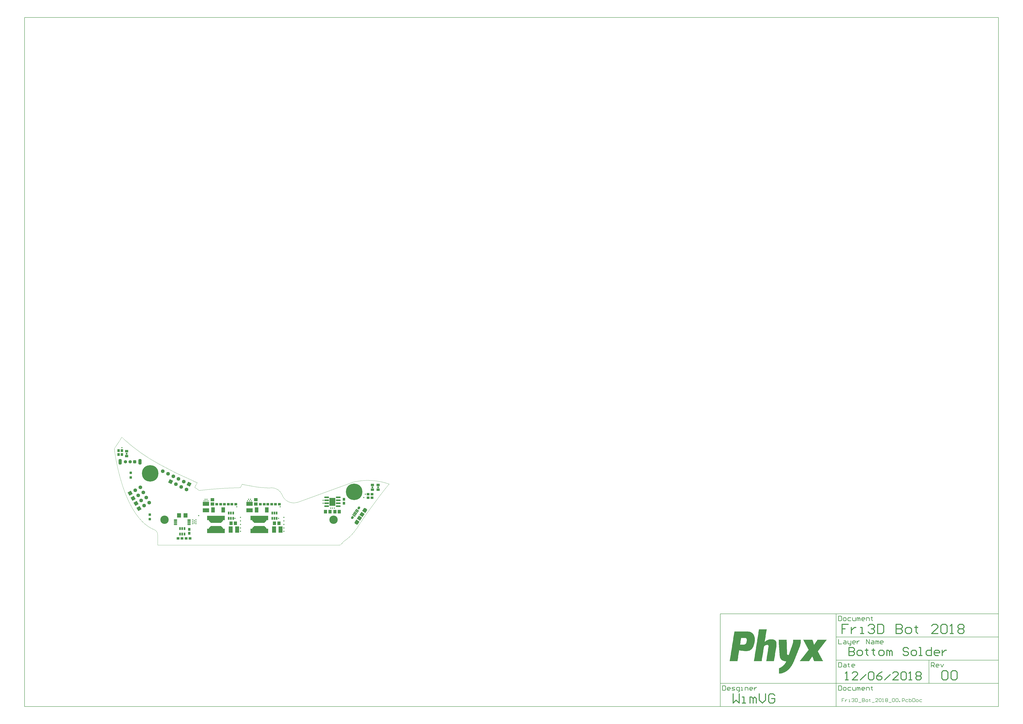
<source format=gbs>
G04*
G04 #@! TF.GenerationSoftware,Altium Limited,Altium Designer,18.1.6 (161)*
G04*
G04 Layer_Color=16711935*
%FSLAX25Y25*%
%MOIN*%
G70*
G01*
G75*
%ADD11C,0.00787*%
%ADD12C,0.01575*%
%ADD13C,0.00394*%
%ADD14C,0.00984*%
G04:AMPARAMS|DCode=15|XSize=64.96mil|YSize=39.37mil|CornerRadius=0mil|HoleSize=0mil|Usage=FLASHONLY|Rotation=146.000|XOffset=0mil|YOffset=0mil|HoleType=Round|Shape=Round|*
%AMOVALD15*
21,1,0.02559,0.03937,0.00000,0.00000,146.0*
1,1,0.03937,0.01061,-0.00716*
1,1,0.03937,-0.01061,0.00716*
%
%ADD15OVALD15*%

G04:AMPARAMS|DCode=16|XSize=53.15mil|YSize=41.34mil|CornerRadius=0mil|HoleSize=0mil|Usage=FLASHONLY|Rotation=56.000|XOffset=0mil|YOffset=0mil|HoleType=Round|Shape=Round|*
%AMOVALD16*
21,1,0.01181,0.04134,0.00000,0.00000,56.0*
1,1,0.04134,-0.00330,-0.00490*
1,1,0.04134,0.00330,0.00490*
%
%ADD16OVALD16*%

%ADD17C,0.03150*%
G04:AMPARAMS|DCode=18|XSize=55.12mil|YSize=55.12mil|CornerRadius=14.76mil|HoleSize=0mil|Usage=FLASHONLY|Rotation=180.000|XOffset=0mil|YOffset=0mil|HoleType=Round|Shape=RoundedRectangle|*
%AMROUNDEDRECTD18*
21,1,0.05512,0.02559,0,0,180.0*
21,1,0.02559,0.05512,0,0,180.0*
1,1,0.02953,-0.01280,0.01280*
1,1,0.02953,0.01280,0.01280*
1,1,0.02953,0.01280,-0.01280*
1,1,0.02953,-0.01280,-0.01280*
%
%ADD18ROUNDEDRECTD18*%
%ADD19C,0.05512*%
G04:AMPARAMS|DCode=20|XSize=90.55mil|YSize=51.18mil|CornerRadius=13.78mil|HoleSize=0mil|Usage=FLASHONLY|Rotation=270.000|XOffset=0mil|YOffset=0mil|HoleType=Round|Shape=RoundedRectangle|*
%AMROUNDEDRECTD20*
21,1,0.09055,0.02362,0,0,270.0*
21,1,0.06299,0.05118,0,0,270.0*
1,1,0.02756,-0.01181,-0.03150*
1,1,0.02756,-0.01181,0.03150*
1,1,0.02756,0.01181,0.03150*
1,1,0.02756,0.01181,-0.03150*
%
%ADD20ROUNDEDRECTD20*%
%ADD21R,0.04331X0.04331*%
G04:AMPARAMS|DCode=22|XSize=43.31mil|YSize=43.31mil|CornerRadius=11.81mil|HoleSize=0mil|Usage=FLASHONLY|Rotation=270.000|XOffset=0mil|YOffset=0mil|HoleType=Round|Shape=RoundedRectangle|*
%AMROUNDEDRECTD22*
21,1,0.04331,0.01968,0,0,270.0*
21,1,0.01968,0.04331,0,0,270.0*
1,1,0.02362,-0.00984,-0.00984*
1,1,0.02362,-0.00984,0.00984*
1,1,0.02362,0.00984,0.00984*
1,1,0.02362,0.00984,-0.00984*
%
%ADD22ROUNDEDRECTD22*%
%ADD23C,0.14173*%
%ADD24C,0.27953*%
%ADD25C,0.06299*%
%ADD26P,0.08908X4X379.0*%
%ADD27P,0.08908X4X75.0*%
%ADD28C,0.01968*%
%ADD66R,0.05512X0.04331*%
%ADD67R,0.04331X0.04724*%
%ADD68R,0.06693X0.07480*%
%ADD69O,0.05906X0.02165*%
%ADD70R,0.02756X0.04921*%
%ADD71R,0.04724X0.04331*%
%ADD72R,0.14961X0.04724*%
%ADD73R,0.29921X0.07480*%
%ADD74R,0.24016X0.05118*%
%ADD75R,0.06299X0.05512*%
%ADD76R,0.11024X0.06693*%
%ADD77R,0.05906X0.08661*%
%ADD78R,0.05512X0.06299*%
%ADD79R,0.06693X0.11024*%
%ADD80O,0.08268X0.02756*%
%ADD81R,0.09882X0.13386*%
G04:AMPARAMS|DCode=82|XSize=51.18mil|YSize=64.96mil|CornerRadius=0mil|HoleSize=0mil|Usage=FLASHONLY|Rotation=236.000|XOffset=0mil|YOffset=0mil|HoleType=Round|Shape=Rectangle|*
%AMROTATEDRECTD82*
4,1,4,-0.01262,0.03938,0.04124,0.00305,0.01262,-0.03938,-0.04124,-0.00305,-0.01262,0.03938,0.0*
%
%ADD82ROTATEDRECTD82*%

G04:AMPARAMS|DCode=83|XSize=19.68mil|YSize=57.09mil|CornerRadius=0mil|HoleSize=0mil|Usage=FLASHONLY|Rotation=56.000|XOffset=0mil|YOffset=0mil|HoleType=Round|Shape=Rectangle|*
%AMROTATEDRECTD83*
4,1,4,0.01816,-0.02412,-0.02917,0.00780,-0.01816,0.02412,0.02917,-0.00780,0.01816,-0.02412,0.0*
%
%ADD83ROTATEDRECTD83*%

G04:AMPARAMS|DCode=84|XSize=62.99mil|YSize=64.96mil|CornerRadius=0mil|HoleSize=0mil|Usage=FLASHONLY|Rotation=56.000|XOffset=0mil|YOffset=0mil|HoleType=Round|Shape=Rectangle|*
%AMROTATEDRECTD84*
4,1,4,0.00932,-0.04427,-0.04454,-0.00795,-0.00932,0.04427,0.04454,0.00795,0.00932,-0.04427,0.0*
%
%ADD84ROTATEDRECTD84*%

G36*
X95511Y42320D02*
X95548Y42309D01*
X95582Y42290D01*
X95612Y42266D01*
X95637Y42236D01*
X95655Y42202D01*
X95666Y42165D01*
X95670Y42126D01*
Y35827D01*
X95666Y35788D01*
X95658Y35760D01*
X95655Y35751D01*
X95637Y35717D01*
X95612Y35687D01*
X95612Y35687D01*
X92069Y32144D01*
X92039Y32119D01*
X92005Y32101D01*
X91996Y32098D01*
X91968Y32089D01*
X91948Y32088D01*
X91929Y32086D01*
X91929Y32086D01*
X75394D01*
X75355Y32089D01*
X75327Y32098D01*
X75318Y32101D01*
X75284Y32119D01*
X75254Y32144D01*
X75254Y32144D01*
X71710Y35687D01*
X71686Y35717D01*
X71668Y35751D01*
X71665Y35760D01*
X71656Y35788D01*
X71654Y35807D01*
X71653Y35827D01*
X71653Y35827D01*
Y42126D01*
X71656Y42165D01*
X71668Y42202D01*
X71686Y42236D01*
X71710Y42266D01*
X71741Y42290D01*
X71775Y42309D01*
X71812Y42320D01*
X71850Y42324D01*
X95472D01*
X95511Y42320D01*
D02*
G37*
G36*
X21692D02*
X21729Y42309D01*
X21763Y42290D01*
X21793Y42266D01*
X21818Y42236D01*
X21836Y42202D01*
X21847Y42165D01*
X21851Y42126D01*
Y35827D01*
X21847Y35788D01*
X21839Y35760D01*
X21836Y35751D01*
X21818Y35717D01*
X21793Y35687D01*
X21793Y35687D01*
X18250Y32144D01*
X18220Y32119D01*
X18186Y32101D01*
X18177Y32098D01*
X18149Y32089D01*
X18129Y32088D01*
X18110Y32086D01*
X18110Y32086D01*
X1575D01*
X1536Y32089D01*
X1508Y32098D01*
X1499Y32101D01*
X1465Y32119D01*
X1435Y32144D01*
X1435Y32144D01*
X-2108Y35687D01*
X-2133Y35717D01*
X-2151Y35751D01*
X-2154Y35760D01*
X-2162Y35788D01*
X-2164Y35807D01*
X-2166Y35827D01*
X-2166Y35827D01*
Y42126D01*
X-2162Y42165D01*
X-2151Y42202D01*
X-2133Y42236D01*
X-2108Y42266D01*
X-2078Y42290D01*
X-2044Y42309D01*
X-2007Y42320D01*
X-1969Y42324D01*
X21654D01*
X21692Y42320D01*
D02*
G37*
G36*
X91948Y26967D02*
X91968Y26966D01*
X91996Y26957D01*
X92005Y26954D01*
X92039Y26936D01*
X92069Y26912D01*
X95612Y23368D01*
X95612Y23368D01*
X95637Y23338D01*
X95655Y23304D01*
X95658Y23295D01*
X95666Y23267D01*
X95670Y23228D01*
Y16929D01*
X95666Y16891D01*
X95655Y16853D01*
X95637Y16819D01*
X95612Y16789D01*
X95582Y16765D01*
X95548Y16746D01*
X95511Y16735D01*
X95472Y16731D01*
X71850D01*
X71812Y16735D01*
X71775Y16746D01*
X71741Y16765D01*
X71710Y16789D01*
X71686Y16819D01*
X71668Y16853D01*
X71656Y16891D01*
X71653Y16929D01*
Y23228D01*
X71653Y23228D01*
X71654Y23248D01*
X71656Y23267D01*
X71665Y23295D01*
X71668Y23304D01*
X71686Y23338D01*
X71710Y23368D01*
X75254Y26912D01*
X75254Y26912D01*
X75284Y26936D01*
X75318Y26954D01*
X75327Y26957D01*
X75355Y26966D01*
X75394Y26970D01*
X91929D01*
X91929Y26970D01*
X91948Y26967D01*
D02*
G37*
G36*
X18129D02*
X18149Y26966D01*
X18177Y26957D01*
X18186Y26954D01*
X18220Y26936D01*
X18250Y26912D01*
X21793Y23368D01*
X21793Y23368D01*
X21818Y23338D01*
X21836Y23304D01*
X21839Y23295D01*
X21847Y23267D01*
X21851Y23228D01*
Y16929D01*
X21847Y16891D01*
X21836Y16853D01*
X21818Y16819D01*
X21793Y16789D01*
X21763Y16765D01*
X21729Y16746D01*
X21692Y16735D01*
X21654Y16731D01*
X-1969D01*
X-2007Y16735D01*
X-2044Y16746D01*
X-2078Y16765D01*
X-2108Y16789D01*
X-2133Y16819D01*
X-2151Y16853D01*
X-2162Y16891D01*
X-2166Y16929D01*
Y23228D01*
X-2166Y23228D01*
X-2164Y23248D01*
X-2162Y23267D01*
X-2154Y23295D01*
X-2151Y23304D01*
X-2133Y23338D01*
X-2108Y23368D01*
X1435Y26912D01*
X1435Y26912D01*
X1465Y26936D01*
X1499Y26954D01*
X1508Y26957D01*
X1536Y26966D01*
X1575Y26970D01*
X18110D01*
X18110Y26970D01*
X18129Y26967D01*
D02*
G37*
G36*
X1047062Y-166394D02*
X1046775D01*
Y-166681D01*
X1046489D01*
Y-166967D01*
Y-167253D01*
X1046203D01*
Y-167539D01*
X1045916D01*
Y-167826D01*
X1045630D01*
Y-168112D01*
Y-168398D01*
X1045344D01*
Y-168685D01*
X1045057D01*
Y-168971D01*
X1044771D01*
Y-169257D01*
X1044485D01*
Y-169544D01*
Y-169830D01*
X1044198D01*
Y-170116D01*
X1043912D01*
Y-170403D01*
X1043626D01*
Y-170689D01*
Y-170975D01*
X1043340D01*
Y-171262D01*
X1043053D01*
Y-171548D01*
X1042767D01*
Y-171834D01*
X1042480D01*
Y-172120D01*
Y-172407D01*
X1042194D01*
Y-172693D01*
X1041908D01*
Y-172979D01*
X1041622D01*
Y-173266D01*
Y-173552D01*
X1041335D01*
Y-173838D01*
X1041049D01*
Y-174125D01*
X1040763D01*
Y-174411D01*
Y-174697D01*
X1040476D01*
Y-174984D01*
X1040190D01*
Y-175270D01*
X1039904D01*
Y-175556D01*
X1039617D01*
Y-175842D01*
Y-176129D01*
X1039331D01*
Y-176415D01*
X1039045D01*
Y-176701D01*
X1038758D01*
Y-176988D01*
Y-177274D01*
X1038472D01*
Y-177560D01*
X1038186D01*
Y-177847D01*
X1037899D01*
Y-178133D01*
Y-178419D01*
X1037613D01*
Y-178706D01*
X1037327D01*
Y-178992D01*
X1037041D01*
Y-179278D01*
X1036754D01*
Y-179565D01*
Y-179851D01*
X1036468D01*
Y-180137D01*
X1036182D01*
Y-180423D01*
X1035895D01*
Y-180710D01*
Y-180996D01*
X1035609D01*
Y-181282D01*
X1035323D01*
Y-181569D01*
X1035036D01*
Y-181855D01*
Y-182141D01*
X1034750D01*
Y-182428D01*
X1034464D01*
Y-182714D01*
X1034177D01*
Y-183000D01*
X1033891D01*
Y-183287D01*
Y-183573D01*
X1033605D01*
Y-183859D01*
X1033319D01*
Y-184146D01*
X1033032D01*
Y-184432D01*
Y-184718D01*
X1032746D01*
Y-185004D01*
X1032460D01*
Y-185291D01*
X1032173D01*
Y-185577D01*
X1031887D01*
Y-185863D01*
Y-186150D01*
X1032173D01*
Y-186436D01*
Y-186722D01*
X1032460D01*
Y-187009D01*
Y-187295D01*
X1032746D01*
Y-187581D01*
X1033032D01*
Y-187868D01*
Y-188154D01*
X1033319D01*
Y-188440D01*
Y-188727D01*
X1033605D01*
Y-189013D01*
Y-189299D01*
X1033891D01*
Y-189585D01*
Y-189872D01*
X1034177D01*
Y-190158D01*
Y-190444D01*
X1034464D01*
Y-190731D01*
Y-191017D01*
X1034750D01*
Y-191303D01*
Y-191590D01*
X1035036D01*
Y-191876D01*
Y-192162D01*
X1035323D01*
Y-192449D01*
X1035609D01*
Y-192735D01*
Y-193021D01*
X1035895D01*
Y-193308D01*
Y-193594D01*
X1036182D01*
Y-193880D01*
Y-194167D01*
X1036468D01*
Y-194453D01*
Y-194739D01*
X1036754D01*
Y-195025D01*
Y-195312D01*
X1037041D01*
Y-195598D01*
Y-195884D01*
X1037327D01*
Y-196171D01*
Y-196457D01*
X1037613D01*
Y-196743D01*
X1037899D01*
Y-197030D01*
Y-197316D01*
X1038186D01*
Y-197602D01*
Y-197889D01*
X1038472D01*
Y-198175D01*
Y-198461D01*
X1038758D01*
Y-198748D01*
Y-199034D01*
X1039045D01*
Y-199320D01*
Y-199606D01*
X1039331D01*
Y-199893D01*
Y-200179D01*
X1039617D01*
Y-200465D01*
Y-200752D01*
X1039904D01*
Y-201038D01*
X1040190D01*
Y-201324D01*
Y-201611D01*
X1040476D01*
Y-201897D01*
Y-202183D01*
X1040763D01*
Y-202470D01*
X1025588D01*
Y-202183D01*
X1025302D01*
Y-201897D01*
Y-201611D01*
Y-201324D01*
X1025016D01*
Y-201038D01*
Y-200752D01*
Y-200465D01*
X1024729D01*
Y-200179D01*
Y-199893D01*
X1024443D01*
Y-199606D01*
Y-199320D01*
Y-199034D01*
X1024156D01*
Y-198748D01*
Y-198461D01*
Y-198175D01*
X1023870D01*
Y-197889D01*
Y-197602D01*
X1023584D01*
Y-197316D01*
Y-197030D01*
Y-196743D01*
X1023298D01*
Y-196457D01*
Y-196171D01*
Y-195884D01*
X1023011D01*
Y-195598D01*
Y-195312D01*
Y-195025D01*
X1022725D01*
Y-194739D01*
X1022152D01*
Y-195025D01*
Y-195312D01*
X1021866D01*
Y-195598D01*
X1021580D01*
Y-195884D01*
Y-196171D01*
X1021293D01*
Y-196457D01*
X1021007D01*
Y-196743D01*
Y-197030D01*
X1020721D01*
Y-197316D01*
X1020434D01*
Y-197602D01*
Y-197889D01*
X1020148D01*
Y-198175D01*
X1019862D01*
Y-198461D01*
X1019576D01*
Y-198748D01*
Y-199034D01*
X1019289D01*
Y-199320D01*
X1019003D01*
Y-199606D01*
Y-199893D01*
X1018717D01*
Y-200179D01*
X1018430D01*
Y-200465D01*
Y-200752D01*
X1018144D01*
Y-201038D01*
X1017858D01*
Y-201324D01*
Y-201611D01*
X1017571D01*
Y-201897D01*
X1017285D01*
Y-202183D01*
Y-202470D01*
X1001252D01*
Y-202183D01*
X1001538D01*
Y-201897D01*
X1001824D01*
Y-201611D01*
X1002110D01*
Y-201324D01*
X1002397D01*
Y-201038D01*
Y-200752D01*
X1002683D01*
Y-200465D01*
X1002969D01*
Y-200179D01*
X1003256D01*
Y-199893D01*
X1003542D01*
Y-199606D01*
Y-199320D01*
X1003828D01*
Y-199034D01*
X1004115D01*
Y-198748D01*
X1004401D01*
Y-198461D01*
Y-198175D01*
X1004687D01*
Y-197889D01*
X1004974D01*
Y-197602D01*
X1005260D01*
Y-197316D01*
X1005546D01*
Y-197030D01*
Y-196743D01*
X1005832D01*
Y-196457D01*
X1006119D01*
Y-196171D01*
X1006405D01*
Y-195884D01*
X1006691D01*
Y-195598D01*
Y-195312D01*
X1006978D01*
Y-195025D01*
X1007264D01*
Y-194739D01*
X1007550D01*
Y-194453D01*
Y-194167D01*
X1007837D01*
Y-193880D01*
X1008123D01*
Y-193594D01*
X1008409D01*
Y-193308D01*
X1008696D01*
Y-193021D01*
Y-192735D01*
X1008982D01*
Y-192449D01*
X1009268D01*
Y-192162D01*
X1009555D01*
Y-191876D01*
Y-191590D01*
X1009841D01*
Y-191303D01*
X1010127D01*
Y-191017D01*
X1010413D01*
Y-190731D01*
X1010700D01*
Y-190444D01*
Y-190158D01*
X1010986D01*
Y-189872D01*
X1011272D01*
Y-189585D01*
X1011559D01*
Y-189299D01*
Y-189013D01*
X1011845D01*
Y-188727D01*
X1012131D01*
Y-188440D01*
X1012418D01*
Y-188154D01*
X1012704D01*
Y-187868D01*
Y-187581D01*
X1012990D01*
Y-187295D01*
X1013277D01*
Y-187009D01*
X1013563D01*
Y-186722D01*
X1013849D01*
Y-186436D01*
Y-186150D01*
X1014136D01*
Y-185863D01*
X1014422D01*
Y-185577D01*
X1014708D01*
Y-185291D01*
Y-185004D01*
X1014995D01*
Y-184718D01*
X1015281D01*
Y-184432D01*
X1015567D01*
Y-184146D01*
X1015853D01*
Y-183859D01*
Y-183573D01*
X1016140D01*
Y-183287D01*
Y-183000D01*
Y-182714D01*
X1015853D01*
Y-182428D01*
X1015567D01*
Y-182141D01*
Y-181855D01*
X1015281D01*
Y-181569D01*
Y-181282D01*
X1014995D01*
Y-180996D01*
Y-180710D01*
X1014708D01*
Y-180423D01*
Y-180137D01*
X1014422D01*
Y-179851D01*
Y-179565D01*
X1014136D01*
Y-179278D01*
Y-178992D01*
X1013849D01*
Y-178706D01*
X1013563D01*
Y-178419D01*
Y-178133D01*
X1013277D01*
Y-177847D01*
Y-177560D01*
X1012990D01*
Y-177274D01*
Y-176988D01*
X1012704D01*
Y-176701D01*
Y-176415D01*
X1012418D01*
Y-176129D01*
Y-175842D01*
X1012131D01*
Y-175556D01*
Y-175270D01*
X1011845D01*
Y-174984D01*
X1011559D01*
Y-174697D01*
Y-174411D01*
X1011272D01*
Y-174125D01*
Y-173838D01*
X1010986D01*
Y-173552D01*
Y-173266D01*
X1010700D01*
Y-172979D01*
Y-172693D01*
X1010413D01*
Y-172407D01*
Y-172120D01*
X1010127D01*
Y-171834D01*
Y-171548D01*
X1009841D01*
Y-171262D01*
Y-170975D01*
X1009555D01*
Y-170689D01*
X1009268D01*
Y-170403D01*
Y-170116D01*
X1008982D01*
Y-169830D01*
Y-169544D01*
X1008696D01*
Y-169257D01*
Y-168971D01*
X1008409D01*
Y-168685D01*
Y-168398D01*
X1008123D01*
Y-168112D01*
Y-167826D01*
X1007837D01*
Y-167539D01*
Y-167253D01*
X1007550D01*
Y-166967D01*
X1007264D01*
Y-166681D01*
Y-166394D01*
X1006978D01*
Y-166108D01*
X1022725D01*
Y-166394D01*
X1023011D01*
Y-166681D01*
Y-166967D01*
Y-167253D01*
X1023298D01*
Y-167539D01*
Y-167826D01*
Y-168112D01*
X1023584D01*
Y-168398D01*
Y-168685D01*
Y-168971D01*
X1023870D01*
Y-169257D01*
Y-169544D01*
Y-169830D01*
X1024156D01*
Y-170116D01*
Y-170403D01*
Y-170689D01*
X1024443D01*
Y-170975D01*
Y-171262D01*
Y-171548D01*
X1024729D01*
Y-171834D01*
Y-172120D01*
Y-172407D01*
X1025016D01*
Y-172693D01*
Y-172979D01*
Y-173266D01*
X1025302D01*
Y-173552D01*
Y-173838D01*
Y-174125D01*
Y-174411D01*
X1025874D01*
Y-174125D01*
X1026161D01*
Y-173838D01*
X1026447D01*
Y-173552D01*
Y-173266D01*
X1026733D01*
Y-172979D01*
X1027020D01*
Y-172693D01*
Y-172407D01*
X1027306D01*
Y-172120D01*
X1027592D01*
Y-171834D01*
Y-171548D01*
X1027879D01*
Y-171262D01*
X1028165D01*
Y-170975D01*
Y-170689D01*
X1028451D01*
Y-170403D01*
X1028738D01*
Y-170116D01*
Y-169830D01*
X1029024D01*
Y-169544D01*
X1029310D01*
Y-169257D01*
Y-168971D01*
X1029597D01*
Y-168685D01*
X1029883D01*
Y-168398D01*
Y-168112D01*
X1030169D01*
Y-167826D01*
X1030455D01*
Y-167539D01*
Y-167253D01*
X1030742D01*
Y-166967D01*
X1031028D01*
Y-166681D01*
Y-166394D01*
X1031314D01*
Y-166108D01*
X1047062D01*
Y-166394D01*
D02*
G37*
G36*
X913926Y-152365D02*
X915644D01*
Y-152651D01*
X916503D01*
Y-152937D01*
X917362D01*
Y-153224D01*
X918221D01*
Y-153510D01*
X918793D01*
Y-153796D01*
X919080D01*
Y-154083D01*
X919652D01*
Y-154369D01*
X919939D01*
Y-154655D01*
X920511D01*
Y-154942D01*
X920798D01*
Y-155228D01*
X921084D01*
Y-155514D01*
X921370D01*
Y-155801D01*
X921657D01*
Y-156087D01*
X921943D01*
Y-156373D01*
X922229D01*
Y-156659D01*
Y-156946D01*
X922515D01*
Y-157232D01*
X922802D01*
Y-157518D01*
Y-157805D01*
X923088D01*
Y-158091D01*
X923374D01*
Y-158377D01*
Y-158664D01*
X923661D01*
Y-158950D01*
Y-159236D01*
Y-159523D01*
X923947D01*
Y-159809D01*
Y-160095D01*
Y-160382D01*
X924233D01*
Y-160668D01*
Y-160954D01*
Y-161240D01*
Y-161527D01*
X924520D01*
Y-161813D01*
Y-162100D01*
Y-162386D01*
Y-162672D01*
Y-162958D01*
X924806D01*
Y-163245D01*
Y-163531D01*
Y-163817D01*
Y-164104D01*
Y-164390D01*
Y-164676D01*
Y-164963D01*
Y-165249D01*
Y-165535D01*
Y-165822D01*
Y-166108D01*
Y-166394D01*
Y-166681D01*
Y-166967D01*
Y-167253D01*
Y-167539D01*
Y-167826D01*
Y-168112D01*
Y-168398D01*
Y-168685D01*
X924520D01*
Y-168971D01*
Y-169257D01*
Y-169544D01*
Y-169830D01*
Y-170116D01*
Y-170403D01*
Y-170689D01*
X924233D01*
Y-170975D01*
Y-171262D01*
Y-171548D01*
Y-171834D01*
Y-172120D01*
X923947D01*
Y-172407D01*
Y-172693D01*
Y-172979D01*
Y-173266D01*
Y-173552D01*
X923661D01*
Y-173838D01*
Y-174125D01*
Y-174411D01*
X923374D01*
Y-174697D01*
Y-174984D01*
Y-175270D01*
Y-175556D01*
X923088D01*
Y-175842D01*
Y-176129D01*
Y-176415D01*
X922802D01*
Y-176701D01*
Y-176988D01*
X922515D01*
Y-177274D01*
Y-177560D01*
Y-177847D01*
X922229D01*
Y-178133D01*
Y-178419D01*
X921943D01*
Y-178706D01*
Y-178992D01*
X921657D01*
Y-179278D01*
Y-179565D01*
X921370D01*
Y-179851D01*
X921084D01*
Y-180137D01*
Y-180423D01*
X920798D01*
Y-180710D01*
X920511D01*
Y-180996D01*
X920225D01*
Y-181282D01*
Y-181569D01*
X919939D01*
Y-181855D01*
X919652D01*
Y-182141D01*
X919366D01*
Y-182428D01*
X919080D01*
Y-182714D01*
X918793D01*
Y-183000D01*
X918221D01*
Y-183287D01*
X917934D01*
Y-183573D01*
X917362D01*
Y-183859D01*
X917076D01*
Y-184146D01*
X916503D01*
Y-184432D01*
X915644D01*
Y-184718D01*
X914785D01*
Y-185004D01*
X913926D01*
Y-185291D01*
X912208D01*
Y-185577D01*
X907055D01*
Y-185291D01*
X904478D01*
Y-185004D01*
X902474D01*
Y-184718D01*
X901042D01*
Y-184432D01*
X899610D01*
Y-184146D01*
X898179D01*
Y-184432D01*
Y-184718D01*
Y-185004D01*
Y-185291D01*
Y-185577D01*
Y-185863D01*
Y-186150D01*
X897892D01*
Y-186436D01*
Y-186722D01*
Y-187009D01*
Y-187295D01*
Y-187581D01*
Y-187868D01*
X897606D01*
Y-188154D01*
Y-188440D01*
Y-188727D01*
Y-189013D01*
Y-189299D01*
Y-189585D01*
X897320D01*
Y-189872D01*
Y-190158D01*
Y-190444D01*
Y-190731D01*
Y-191017D01*
Y-191303D01*
Y-191590D01*
X897034D01*
Y-191876D01*
Y-192162D01*
Y-192449D01*
Y-192735D01*
Y-193021D01*
Y-193308D01*
X896747D01*
Y-193594D01*
Y-193880D01*
Y-194167D01*
Y-194453D01*
Y-194739D01*
Y-195025D01*
X896461D01*
Y-195312D01*
Y-195598D01*
Y-195884D01*
Y-196171D01*
Y-196457D01*
Y-196743D01*
Y-197030D01*
X896175D01*
Y-197316D01*
Y-197602D01*
Y-197889D01*
Y-198175D01*
Y-198461D01*
Y-198748D01*
X895888D01*
Y-199034D01*
Y-199320D01*
Y-199606D01*
Y-199893D01*
Y-200179D01*
Y-200465D01*
X895602D01*
Y-200752D01*
Y-201038D01*
Y-201324D01*
Y-201611D01*
Y-201897D01*
Y-202183D01*
Y-202470D01*
X882145D01*
Y-202183D01*
X882432D01*
Y-201897D01*
Y-201611D01*
Y-201324D01*
Y-201038D01*
Y-200752D01*
X882718D01*
Y-200465D01*
Y-200179D01*
Y-199893D01*
Y-199606D01*
Y-199320D01*
Y-199034D01*
Y-198748D01*
X883004D01*
Y-198461D01*
Y-198175D01*
Y-197889D01*
Y-197602D01*
Y-197316D01*
Y-197030D01*
X883291D01*
Y-196743D01*
Y-196457D01*
Y-196171D01*
Y-195884D01*
Y-195598D01*
Y-195312D01*
X883577D01*
Y-195025D01*
Y-194739D01*
Y-194453D01*
Y-194167D01*
Y-193880D01*
Y-193594D01*
Y-193308D01*
X883863D01*
Y-193021D01*
Y-192735D01*
Y-192449D01*
Y-192162D01*
Y-191876D01*
Y-191590D01*
X884149D01*
Y-191303D01*
Y-191017D01*
Y-190731D01*
Y-190444D01*
Y-190158D01*
Y-189872D01*
X884436D01*
Y-189585D01*
Y-189299D01*
Y-189013D01*
Y-188727D01*
Y-188440D01*
Y-188154D01*
X884722D01*
Y-187868D01*
Y-187581D01*
Y-187295D01*
Y-187009D01*
Y-186722D01*
Y-186436D01*
Y-186150D01*
X885009D01*
Y-185863D01*
Y-185577D01*
Y-185291D01*
Y-185004D01*
Y-184718D01*
Y-184432D01*
X885295D01*
Y-184146D01*
Y-183859D01*
Y-183573D01*
Y-183287D01*
Y-183000D01*
Y-182714D01*
X885581D01*
Y-182428D01*
Y-182141D01*
Y-181855D01*
Y-181569D01*
Y-181282D01*
Y-180996D01*
X885867D01*
Y-180710D01*
Y-180423D01*
Y-180137D01*
Y-179851D01*
Y-179565D01*
Y-179278D01*
Y-178992D01*
X886154D01*
Y-178706D01*
Y-178419D01*
Y-178133D01*
Y-177847D01*
Y-177560D01*
Y-177274D01*
X886440D01*
Y-176988D01*
Y-176701D01*
Y-176415D01*
Y-176129D01*
Y-175842D01*
Y-175556D01*
X886726D01*
Y-175270D01*
Y-174984D01*
Y-174697D01*
Y-174411D01*
Y-174125D01*
Y-173838D01*
Y-173552D01*
X887013D01*
Y-173266D01*
Y-172979D01*
Y-172693D01*
Y-172407D01*
Y-172120D01*
Y-171834D01*
X887299D01*
Y-171548D01*
Y-171262D01*
Y-170975D01*
Y-170689D01*
Y-170403D01*
Y-170116D01*
X887585D01*
Y-169830D01*
Y-169544D01*
Y-169257D01*
Y-168971D01*
Y-168685D01*
Y-168398D01*
X887872D01*
Y-168112D01*
Y-167826D01*
Y-167539D01*
Y-167253D01*
Y-166967D01*
Y-166681D01*
Y-166394D01*
X888158D01*
Y-166108D01*
Y-165822D01*
Y-165535D01*
Y-165249D01*
Y-164963D01*
Y-164676D01*
X888444D01*
Y-164390D01*
Y-164104D01*
Y-163817D01*
Y-163531D01*
Y-163245D01*
Y-162958D01*
X888731D01*
Y-162672D01*
Y-162386D01*
Y-162100D01*
Y-161813D01*
Y-161527D01*
Y-161240D01*
Y-160954D01*
X889017D01*
Y-160668D01*
Y-160382D01*
Y-160095D01*
Y-159809D01*
Y-159523D01*
Y-159236D01*
X889303D01*
Y-158950D01*
Y-158664D01*
Y-158377D01*
Y-158091D01*
Y-157805D01*
Y-157518D01*
X889590D01*
Y-157232D01*
Y-156946D01*
Y-156659D01*
Y-156373D01*
Y-156087D01*
Y-155801D01*
Y-155514D01*
X889876D01*
Y-155228D01*
Y-154942D01*
Y-154655D01*
Y-154369D01*
Y-154083D01*
Y-153796D01*
X890162D01*
Y-153510D01*
Y-153224D01*
Y-152937D01*
Y-152651D01*
Y-152365D01*
Y-152078D01*
X913926D01*
Y-152365D01*
D02*
G37*
G36*
X1002969Y-166394D02*
Y-166681D01*
Y-166967D01*
Y-167253D01*
Y-167539D01*
Y-167826D01*
Y-168112D01*
Y-168398D01*
Y-168685D01*
Y-168971D01*
Y-169257D01*
Y-169544D01*
Y-169830D01*
Y-170116D01*
Y-170403D01*
Y-170689D01*
Y-170975D01*
Y-171262D01*
Y-171548D01*
Y-171834D01*
Y-172120D01*
X1002683D01*
Y-172407D01*
Y-172693D01*
Y-172979D01*
Y-173266D01*
Y-173552D01*
X1002397D01*
Y-173838D01*
Y-174125D01*
Y-174411D01*
Y-174697D01*
X1002110D01*
Y-174984D01*
Y-175270D01*
Y-175556D01*
Y-175842D01*
X1001824D01*
Y-176129D01*
Y-176415D01*
Y-176701D01*
X1001538D01*
Y-176988D01*
Y-177274D01*
Y-177560D01*
X1001252D01*
Y-177847D01*
Y-178133D01*
Y-178419D01*
X1000965D01*
Y-178706D01*
Y-178992D01*
Y-179278D01*
X1000679D01*
Y-179565D01*
Y-179851D01*
X1000393D01*
Y-180137D01*
Y-180423D01*
X1000106D01*
Y-180710D01*
Y-180996D01*
Y-181282D01*
X999820D01*
Y-181569D01*
Y-181855D01*
X999534D01*
Y-182141D01*
Y-182428D01*
Y-182714D01*
X999247D01*
Y-183000D01*
Y-183287D01*
X998961D01*
Y-183573D01*
Y-183859D01*
Y-184146D01*
X998675D01*
Y-184432D01*
Y-184718D01*
X998388D01*
Y-185004D01*
Y-185291D01*
Y-185577D01*
X998102D01*
Y-185863D01*
Y-186150D01*
X997816D01*
Y-186436D01*
Y-186722D01*
Y-187009D01*
X997529D01*
Y-187295D01*
Y-187581D01*
X997243D01*
Y-187868D01*
Y-188154D01*
Y-188440D01*
X996957D01*
Y-188727D01*
Y-189013D01*
X996671D01*
Y-189299D01*
Y-189585D01*
Y-189872D01*
X996384D01*
Y-190158D01*
Y-190444D01*
X996098D01*
Y-190731D01*
Y-191017D01*
Y-191303D01*
X995811D01*
Y-191590D01*
Y-191876D01*
X995525D01*
Y-192162D01*
Y-192449D01*
Y-192735D01*
X995239D01*
Y-193021D01*
Y-193308D01*
X994953D01*
Y-193594D01*
Y-193880D01*
Y-194167D01*
X994666D01*
Y-194453D01*
Y-194739D01*
X994380D01*
Y-195025D01*
Y-195312D01*
Y-195598D01*
X994094D01*
Y-195884D01*
Y-196171D01*
X993807D01*
Y-196457D01*
Y-196743D01*
Y-197030D01*
X993521D01*
Y-197316D01*
Y-197602D01*
X993235D01*
Y-197889D01*
Y-198175D01*
Y-198461D01*
X992948D01*
Y-198748D01*
Y-199034D01*
X992662D01*
Y-199320D01*
Y-199606D01*
Y-199893D01*
X992376D01*
Y-200179D01*
Y-200465D01*
X992089D01*
Y-200752D01*
Y-201038D01*
Y-201324D01*
X991803D01*
Y-201611D01*
Y-201897D01*
X991517D01*
Y-202183D01*
Y-202470D01*
Y-202756D01*
X991230D01*
Y-203042D01*
Y-203328D01*
X990944D01*
Y-203615D01*
Y-203901D01*
X990658D01*
Y-204187D01*
Y-204474D01*
X990372D01*
Y-204760D01*
Y-205046D01*
Y-205333D01*
X990085D01*
Y-205619D01*
X989799D01*
Y-205905D01*
Y-206192D01*
Y-206478D01*
X989513D01*
Y-206764D01*
X989226D01*
Y-207051D01*
Y-207337D01*
X988940D01*
Y-207623D01*
Y-207909D01*
X988654D01*
Y-208196D01*
Y-208482D01*
X988367D01*
Y-208769D01*
Y-209055D01*
X988081D01*
Y-209341D01*
X987795D01*
Y-209627D01*
Y-209914D01*
X987508D01*
Y-210200D01*
Y-210486D01*
X987222D01*
Y-210773D01*
X986936D01*
Y-211059D01*
X986650D01*
Y-211345D01*
Y-211632D01*
X986363D01*
Y-211918D01*
X986077D01*
Y-212204D01*
Y-212491D01*
X985791D01*
Y-212777D01*
X985504D01*
Y-213063D01*
X985218D01*
Y-213350D01*
Y-213636D01*
X984932D01*
Y-213922D01*
X984645D01*
Y-214208D01*
X984359D01*
Y-214495D01*
X984073D01*
Y-214781D01*
X983786D01*
Y-215067D01*
Y-215354D01*
X983500D01*
Y-215640D01*
X983214D01*
Y-215926D01*
X982928D01*
Y-216213D01*
X982641D01*
Y-216499D01*
X982355D01*
Y-216785D01*
X982069D01*
Y-217072D01*
X981782D01*
Y-217358D01*
X981210D01*
Y-217644D01*
X980923D01*
Y-217931D01*
X980637D01*
Y-218217D01*
X980351D01*
Y-218503D01*
X980064D01*
Y-218789D01*
X979492D01*
Y-219076D01*
X979205D01*
Y-219362D01*
X978633D01*
Y-219648D01*
X978347D01*
Y-219935D01*
X977774D01*
Y-220221D01*
X977487D01*
Y-220507D01*
X976915D01*
Y-220794D01*
X976342D01*
Y-221080D01*
X975770D01*
Y-221366D01*
X975197D01*
Y-221653D01*
X974624D01*
Y-221939D01*
X973765D01*
Y-222225D01*
X973193D01*
Y-222512D01*
X972334D01*
Y-222798D01*
X971189D01*
Y-223084D01*
X970043D01*
Y-223370D01*
X968326D01*
Y-223657D01*
X966321D01*
Y-223943D01*
X966035D01*
Y-223657D01*
Y-223370D01*
Y-223084D01*
Y-222798D01*
Y-222512D01*
Y-222225D01*
Y-221939D01*
Y-221653D01*
Y-221366D01*
Y-221080D01*
Y-220794D01*
Y-220507D01*
Y-220221D01*
Y-219935D01*
Y-219648D01*
Y-219362D01*
Y-219076D01*
Y-218789D01*
Y-218503D01*
Y-218217D01*
Y-217931D01*
Y-217644D01*
Y-217358D01*
Y-217072D01*
Y-216785D01*
Y-216499D01*
Y-216213D01*
Y-215926D01*
Y-215640D01*
Y-215354D01*
Y-215067D01*
Y-214781D01*
Y-214495D01*
X966608D01*
Y-214208D01*
X967180D01*
Y-213922D01*
X967753D01*
Y-213636D01*
X968326D01*
Y-213350D01*
X968898D01*
Y-213063D01*
X969471D01*
Y-212777D01*
X969757D01*
Y-212491D01*
X970330D01*
Y-212204D01*
X970616D01*
Y-211918D01*
X971189D01*
Y-211632D01*
X971475D01*
Y-211345D01*
X971761D01*
Y-211059D01*
X972334D01*
Y-210773D01*
X972620D01*
Y-210486D01*
X972906D01*
Y-210200D01*
X973193D01*
Y-209914D01*
X973479D01*
Y-209627D01*
X973765D01*
Y-209341D01*
X974052D01*
Y-209055D01*
X974338D01*
Y-208769D01*
X974624D01*
Y-208482D01*
X974911D01*
Y-208196D01*
X975197D01*
Y-207909D01*
X975483D01*
Y-207623D01*
Y-207337D01*
X975770D01*
Y-207051D01*
X976056D01*
Y-206764D01*
X976342D01*
Y-206478D01*
Y-206192D01*
X976629D01*
Y-205905D01*
X976915D01*
Y-205619D01*
Y-205333D01*
X977201D01*
Y-205046D01*
Y-204760D01*
X977487D01*
Y-204474D01*
X977774D01*
Y-204187D01*
Y-203901D01*
X978060D01*
Y-203615D01*
Y-203328D01*
X978347D01*
Y-203042D01*
Y-202756D01*
X976629D01*
Y-202470D01*
X974624D01*
Y-202183D01*
X973479D01*
Y-201897D01*
X972906D01*
Y-201611D01*
X972048D01*
Y-201324D01*
X971475D01*
Y-201038D01*
X971189D01*
Y-200752D01*
X970616D01*
Y-200465D01*
X970330D01*
Y-200179D01*
X970043D01*
Y-199893D01*
X969757D01*
Y-199606D01*
X969471D01*
Y-199320D01*
X969184D01*
Y-199034D01*
Y-198748D01*
X968898D01*
Y-198461D01*
X968612D01*
Y-198175D01*
Y-197889D01*
X968326D01*
Y-197602D01*
Y-197316D01*
X968039D01*
Y-197030D01*
Y-196743D01*
X967753D01*
Y-196457D01*
Y-196171D01*
Y-195884D01*
X967467D01*
Y-195598D01*
Y-195312D01*
Y-195025D01*
Y-194739D01*
X967180D01*
Y-194453D01*
Y-194167D01*
Y-193880D01*
Y-193594D01*
Y-193308D01*
Y-193021D01*
Y-192735D01*
X966894D01*
Y-192449D01*
Y-192162D01*
Y-191876D01*
Y-191590D01*
Y-191303D01*
Y-191017D01*
Y-190731D01*
Y-190444D01*
Y-190158D01*
Y-189872D01*
Y-189585D01*
Y-189299D01*
Y-189013D01*
Y-188727D01*
Y-188440D01*
X966608D01*
Y-188154D01*
Y-187868D01*
Y-187581D01*
Y-187295D01*
Y-187009D01*
Y-186722D01*
Y-186436D01*
Y-186150D01*
Y-185863D01*
Y-185577D01*
Y-185291D01*
Y-185004D01*
Y-184718D01*
Y-184432D01*
Y-184146D01*
X966321D01*
Y-183859D01*
Y-183573D01*
Y-183287D01*
Y-183000D01*
Y-182714D01*
Y-182428D01*
Y-182141D01*
Y-181855D01*
Y-181569D01*
Y-181282D01*
Y-180996D01*
Y-180710D01*
Y-180423D01*
Y-180137D01*
Y-179851D01*
Y-179565D01*
X966035D01*
Y-179278D01*
Y-178992D01*
Y-178706D01*
Y-178419D01*
Y-178133D01*
Y-177847D01*
Y-177560D01*
Y-177274D01*
Y-176988D01*
Y-176701D01*
Y-176415D01*
Y-176129D01*
Y-175842D01*
Y-175556D01*
Y-175270D01*
Y-174984D01*
X965749D01*
Y-174697D01*
Y-174411D01*
Y-174125D01*
Y-173838D01*
Y-173552D01*
Y-173266D01*
Y-172979D01*
Y-172693D01*
Y-172407D01*
Y-172120D01*
Y-171834D01*
Y-171548D01*
Y-171262D01*
Y-170975D01*
X965462D01*
Y-170689D01*
Y-170403D01*
Y-170116D01*
Y-169830D01*
Y-169544D01*
Y-169257D01*
Y-168971D01*
Y-168685D01*
Y-168398D01*
Y-168112D01*
Y-167826D01*
Y-167539D01*
Y-167253D01*
Y-166967D01*
Y-166681D01*
Y-166394D01*
X965176D01*
Y-166108D01*
X978919D01*
Y-166394D01*
Y-166681D01*
Y-166967D01*
Y-167253D01*
Y-167539D01*
Y-167826D01*
Y-168112D01*
Y-168398D01*
Y-168685D01*
Y-168971D01*
Y-169257D01*
Y-169544D01*
Y-169830D01*
Y-170116D01*
X979205D01*
Y-170403D01*
Y-170689D01*
Y-170975D01*
Y-171262D01*
Y-171548D01*
Y-171834D01*
Y-172120D01*
Y-172407D01*
Y-172693D01*
Y-172979D01*
Y-173266D01*
Y-173552D01*
Y-173838D01*
Y-174125D01*
Y-174411D01*
Y-174697D01*
Y-174984D01*
Y-175270D01*
Y-175556D01*
Y-175842D01*
Y-176129D01*
Y-176415D01*
Y-176701D01*
Y-176988D01*
Y-177274D01*
Y-177560D01*
Y-177847D01*
Y-178133D01*
Y-178419D01*
Y-178706D01*
Y-178992D01*
Y-179278D01*
Y-179565D01*
Y-179851D01*
Y-180137D01*
Y-180423D01*
Y-180710D01*
Y-180996D01*
Y-181282D01*
Y-181569D01*
Y-181855D01*
X979492D01*
Y-182141D01*
X979205D01*
Y-182428D01*
Y-182714D01*
X979492D01*
Y-183000D01*
Y-183287D01*
Y-183573D01*
Y-183859D01*
Y-184146D01*
Y-184432D01*
Y-184718D01*
Y-185004D01*
Y-185291D01*
Y-185577D01*
Y-185863D01*
Y-186150D01*
Y-186436D01*
Y-186722D01*
Y-187009D01*
Y-187295D01*
Y-187581D01*
Y-187868D01*
Y-188154D01*
Y-188440D01*
Y-188727D01*
Y-189013D01*
Y-189299D01*
Y-189585D01*
Y-189872D01*
Y-190158D01*
X979778D01*
Y-190444D01*
Y-190731D01*
Y-191017D01*
X980064D01*
Y-191303D01*
X980351D01*
Y-191590D01*
X980637D01*
Y-191876D01*
X981496D01*
Y-192162D01*
X982355D01*
Y-191876D01*
X982641D01*
Y-191590D01*
Y-191303D01*
Y-191017D01*
X982928D01*
Y-190731D01*
Y-190444D01*
X983214D01*
Y-190158D01*
Y-189872D01*
Y-189585D01*
X983500D01*
Y-189299D01*
Y-189013D01*
Y-188727D01*
X983786D01*
Y-188440D01*
Y-188154D01*
Y-187868D01*
X984073D01*
Y-187581D01*
Y-187295D01*
Y-187009D01*
X984359D01*
Y-186722D01*
Y-186436D01*
X984645D01*
Y-186150D01*
Y-185863D01*
Y-185577D01*
X984932D01*
Y-185291D01*
Y-185004D01*
Y-184718D01*
X985218D01*
Y-184432D01*
Y-184146D01*
Y-183859D01*
X985504D01*
Y-183573D01*
Y-183287D01*
X985791D01*
Y-183000D01*
Y-182714D01*
Y-182428D01*
X986077D01*
Y-182141D01*
Y-181855D01*
Y-181569D01*
X986363D01*
Y-181282D01*
Y-180996D01*
Y-180710D01*
X986650D01*
Y-180423D01*
Y-180137D01*
X986936D01*
Y-179851D01*
Y-179565D01*
Y-179278D01*
X987222D01*
Y-178992D01*
Y-178706D01*
Y-178419D01*
X987508D01*
Y-178133D01*
Y-177847D01*
Y-177560D01*
X987795D01*
Y-177274D01*
Y-176988D01*
X988081D01*
Y-176701D01*
Y-176415D01*
Y-176129D01*
X988367D01*
Y-175842D01*
Y-175556D01*
Y-175270D01*
X988654D01*
Y-174984D01*
Y-174697D01*
Y-174411D01*
X988940D01*
Y-174125D01*
Y-173838D01*
Y-173552D01*
Y-173266D01*
X989226D01*
Y-172979D01*
Y-172693D01*
Y-172407D01*
Y-172120D01*
X989513D01*
Y-171834D01*
Y-171548D01*
Y-171262D01*
Y-170975D01*
Y-170689D01*
X989799D01*
Y-170403D01*
Y-170116D01*
Y-169830D01*
Y-169544D01*
Y-169257D01*
Y-168971D01*
X990085D01*
Y-168685D01*
Y-168398D01*
Y-168112D01*
Y-167826D01*
Y-167539D01*
Y-167253D01*
Y-166967D01*
Y-166681D01*
Y-166394D01*
Y-166108D01*
X1002969D01*
Y-166394D01*
D02*
G37*
G36*
X945134Y-148929D02*
Y-149215D01*
X944848D01*
Y-149502D01*
Y-149788D01*
Y-150074D01*
Y-150361D01*
Y-150647D01*
Y-150933D01*
X944561D01*
Y-151220D01*
Y-151506D01*
Y-151792D01*
Y-152078D01*
Y-152365D01*
Y-152651D01*
X944275D01*
Y-152937D01*
Y-153224D01*
Y-153510D01*
Y-153796D01*
Y-154083D01*
Y-154369D01*
Y-154655D01*
X943989D01*
Y-154942D01*
Y-155228D01*
Y-155514D01*
Y-155801D01*
Y-156087D01*
Y-156373D01*
X943703D01*
Y-156659D01*
Y-156946D01*
Y-157232D01*
Y-157518D01*
Y-157805D01*
Y-158091D01*
X943416D01*
Y-158377D01*
Y-158664D01*
Y-158950D01*
Y-159236D01*
Y-159523D01*
Y-159809D01*
Y-160095D01*
X943130D01*
Y-160382D01*
Y-160668D01*
Y-160954D01*
Y-161240D01*
Y-161527D01*
Y-161813D01*
X942844D01*
Y-162100D01*
Y-162386D01*
Y-162672D01*
Y-162958D01*
Y-163245D01*
Y-163531D01*
X942557D01*
Y-163817D01*
Y-164104D01*
Y-164390D01*
Y-164676D01*
Y-164963D01*
Y-165249D01*
X942271D01*
Y-165535D01*
Y-165822D01*
Y-166108D01*
Y-166394D01*
Y-166681D01*
Y-166967D01*
Y-167253D01*
X941985D01*
Y-167539D01*
Y-167826D01*
Y-168112D01*
Y-168398D01*
Y-168685D01*
Y-168971D01*
X941698D01*
Y-169257D01*
Y-169544D01*
X942271D01*
Y-169257D01*
X942557D01*
Y-168971D01*
X942844D01*
Y-168685D01*
X943416D01*
Y-168398D01*
X943703D01*
Y-168112D01*
X943989D01*
Y-167826D01*
X944561D01*
Y-167539D01*
X945134D01*
Y-167253D01*
X945420D01*
Y-166967D01*
X945993D01*
Y-166681D01*
X946852D01*
Y-166394D01*
X947425D01*
Y-166108D01*
X948284D01*
Y-165822D01*
X949715D01*
Y-165535D01*
X956014D01*
Y-165822D01*
X957159D01*
Y-166108D01*
X958018D01*
Y-166394D01*
X958591D01*
Y-166681D01*
X958877D01*
Y-166967D01*
X959450D01*
Y-167253D01*
X959736D01*
Y-167539D01*
X960022D01*
Y-167826D01*
X960309D01*
Y-168112D01*
X960595D01*
Y-168398D01*
Y-168685D01*
X960881D01*
Y-168971D01*
Y-169257D01*
X961168D01*
Y-169544D01*
Y-169830D01*
Y-170116D01*
X961454D01*
Y-170403D01*
Y-170689D01*
Y-170975D01*
Y-171262D01*
X961740D01*
Y-171548D01*
Y-171834D01*
Y-172120D01*
Y-172407D01*
Y-172693D01*
Y-172979D01*
Y-173266D01*
Y-173552D01*
Y-173838D01*
Y-174125D01*
Y-174411D01*
Y-174697D01*
Y-174984D01*
Y-175270D01*
Y-175556D01*
Y-175842D01*
Y-176129D01*
Y-176415D01*
X961454D01*
Y-176701D01*
Y-176988D01*
Y-177274D01*
Y-177560D01*
Y-177847D01*
Y-178133D01*
Y-178419D01*
X961168D01*
Y-178706D01*
Y-178992D01*
Y-179278D01*
Y-179565D01*
Y-179851D01*
Y-180137D01*
Y-180423D01*
X960881D01*
Y-180710D01*
Y-180996D01*
Y-181282D01*
Y-181569D01*
Y-181855D01*
Y-182141D01*
X960595D01*
Y-182428D01*
Y-182714D01*
Y-183000D01*
Y-183287D01*
Y-183573D01*
Y-183859D01*
X960309D01*
Y-184146D01*
Y-184432D01*
Y-184718D01*
Y-185004D01*
Y-185291D01*
Y-185577D01*
X960022D01*
Y-185863D01*
Y-186150D01*
Y-186436D01*
Y-186722D01*
Y-187009D01*
Y-187295D01*
Y-187581D01*
X959736D01*
Y-187868D01*
Y-188154D01*
Y-188440D01*
Y-188727D01*
Y-189013D01*
Y-189299D01*
X959450D01*
Y-189585D01*
Y-189872D01*
Y-190158D01*
Y-190444D01*
Y-190731D01*
Y-191017D01*
X959163D01*
Y-191303D01*
Y-191590D01*
Y-191876D01*
Y-192162D01*
Y-192449D01*
Y-192735D01*
Y-193021D01*
X958877D01*
Y-193308D01*
Y-193594D01*
Y-193880D01*
Y-194167D01*
Y-194453D01*
Y-194739D01*
X958591D01*
Y-195025D01*
Y-195312D01*
Y-195598D01*
Y-195884D01*
Y-196171D01*
Y-196457D01*
X958305D01*
Y-196743D01*
Y-197030D01*
Y-197316D01*
Y-197602D01*
Y-197889D01*
Y-198175D01*
X958018D01*
Y-198461D01*
Y-198748D01*
Y-199034D01*
Y-199320D01*
Y-199606D01*
Y-199893D01*
Y-200179D01*
X957732D01*
Y-200465D01*
Y-200752D01*
Y-201038D01*
Y-201324D01*
Y-201611D01*
Y-201897D01*
X957446D01*
Y-202183D01*
Y-202470D01*
X944275D01*
Y-202183D01*
Y-201897D01*
X944561D01*
Y-201611D01*
Y-201324D01*
Y-201038D01*
Y-200752D01*
Y-200465D01*
Y-200179D01*
X944848D01*
Y-199893D01*
Y-199606D01*
Y-199320D01*
Y-199034D01*
Y-198748D01*
Y-198461D01*
Y-198175D01*
X945134D01*
Y-197889D01*
Y-197602D01*
Y-197316D01*
Y-197030D01*
Y-196743D01*
Y-196457D01*
X945420D01*
Y-196171D01*
Y-195884D01*
Y-195598D01*
Y-195312D01*
Y-195025D01*
Y-194739D01*
X945707D01*
Y-194453D01*
Y-194167D01*
Y-193880D01*
Y-193594D01*
Y-193308D01*
Y-193021D01*
Y-192735D01*
X945993D01*
Y-192449D01*
Y-192162D01*
Y-191876D01*
Y-191590D01*
Y-191303D01*
Y-191017D01*
X946279D01*
Y-190731D01*
Y-190444D01*
Y-190158D01*
Y-189872D01*
Y-189585D01*
Y-189299D01*
Y-189013D01*
X946566D01*
Y-188727D01*
Y-188440D01*
Y-188154D01*
Y-187868D01*
Y-187581D01*
Y-187295D01*
X946852D01*
Y-187009D01*
Y-186722D01*
Y-186436D01*
Y-186150D01*
Y-185863D01*
Y-185577D01*
X947138D01*
Y-185291D01*
Y-185004D01*
Y-184718D01*
Y-184432D01*
Y-184146D01*
Y-183859D01*
X947425D01*
Y-183573D01*
Y-183287D01*
Y-183000D01*
Y-182714D01*
Y-182428D01*
Y-182141D01*
Y-181855D01*
X947711D01*
Y-181569D01*
Y-181282D01*
Y-180996D01*
Y-180710D01*
Y-180423D01*
Y-180137D01*
X947997D01*
Y-179851D01*
Y-179565D01*
Y-179278D01*
Y-178992D01*
Y-178706D01*
Y-178419D01*
Y-178133D01*
X948284D01*
Y-177847D01*
Y-177560D01*
Y-177274D01*
Y-176988D01*
Y-176701D01*
Y-176415D01*
X947997D01*
Y-176129D01*
Y-175842D01*
X947711D01*
Y-175556D01*
X947425D01*
Y-175270D01*
X946852D01*
Y-174984D01*
X945134D01*
Y-175270D01*
X943703D01*
Y-175556D01*
X942844D01*
Y-175842D01*
X942271D01*
Y-176129D01*
X941985D01*
Y-176415D01*
X941412D01*
Y-176701D01*
X941126D01*
Y-176988D01*
X940839D01*
Y-177274D01*
Y-177560D01*
X940553D01*
Y-177847D01*
Y-178133D01*
Y-178419D01*
X940267D01*
Y-178706D01*
Y-178992D01*
Y-179278D01*
Y-179565D01*
Y-179851D01*
Y-180137D01*
X939981D01*
Y-180423D01*
Y-180710D01*
Y-180996D01*
Y-181282D01*
Y-181569D01*
Y-181855D01*
Y-182141D01*
X939694D01*
Y-182428D01*
Y-182714D01*
Y-183000D01*
Y-183287D01*
Y-183573D01*
Y-183859D01*
X939408D01*
Y-184146D01*
Y-184432D01*
Y-184718D01*
Y-185004D01*
Y-185291D01*
Y-185577D01*
X939122D01*
Y-185863D01*
Y-186150D01*
Y-186436D01*
Y-186722D01*
Y-187009D01*
Y-187295D01*
X938835D01*
Y-187581D01*
Y-187868D01*
Y-188154D01*
Y-188440D01*
Y-188727D01*
Y-189013D01*
Y-189299D01*
X938549D01*
Y-189585D01*
Y-189872D01*
Y-190158D01*
Y-190444D01*
Y-190731D01*
Y-191017D01*
X938263D01*
Y-191303D01*
Y-191590D01*
Y-191876D01*
Y-192162D01*
Y-192449D01*
Y-192735D01*
X937976D01*
Y-193021D01*
Y-193308D01*
Y-193594D01*
Y-193880D01*
Y-194167D01*
Y-194453D01*
Y-194739D01*
X937690D01*
Y-195025D01*
Y-195312D01*
Y-195598D01*
Y-195884D01*
Y-196171D01*
Y-196457D01*
X937404D01*
Y-196743D01*
Y-197030D01*
Y-197316D01*
Y-197602D01*
Y-197889D01*
Y-198175D01*
X937117D01*
Y-198461D01*
Y-198748D01*
Y-199034D01*
Y-199320D01*
Y-199606D01*
Y-199893D01*
X936831D01*
Y-200179D01*
Y-200465D01*
Y-200752D01*
Y-201038D01*
Y-201324D01*
Y-201611D01*
Y-201897D01*
X936545D01*
Y-202183D01*
Y-202470D01*
X923374D01*
Y-202183D01*
Y-201897D01*
X923661D01*
Y-201611D01*
Y-201324D01*
Y-201038D01*
Y-200752D01*
Y-200465D01*
Y-200179D01*
Y-199893D01*
X923947D01*
Y-199606D01*
Y-199320D01*
Y-199034D01*
Y-198748D01*
Y-198461D01*
Y-198175D01*
X924233D01*
Y-197889D01*
Y-197602D01*
Y-197316D01*
Y-197030D01*
Y-196743D01*
Y-196457D01*
X924520D01*
Y-196171D01*
Y-195884D01*
Y-195598D01*
Y-195312D01*
Y-195025D01*
Y-194739D01*
Y-194453D01*
X924806D01*
Y-194167D01*
Y-193880D01*
Y-193594D01*
Y-193308D01*
Y-193021D01*
Y-192735D01*
X925092D01*
Y-192449D01*
Y-192162D01*
Y-191876D01*
Y-191590D01*
Y-191303D01*
Y-191017D01*
X925379D01*
Y-190731D01*
Y-190444D01*
Y-190158D01*
Y-189872D01*
Y-189585D01*
Y-189299D01*
X925665D01*
Y-189013D01*
Y-188727D01*
Y-188440D01*
Y-188154D01*
Y-187868D01*
Y-187581D01*
Y-187295D01*
X925951D01*
Y-187009D01*
Y-186722D01*
Y-186436D01*
Y-186150D01*
Y-185863D01*
Y-185577D01*
X926237D01*
Y-185291D01*
Y-185004D01*
Y-184718D01*
Y-184432D01*
Y-184146D01*
Y-183859D01*
X926524D01*
Y-183573D01*
Y-183287D01*
Y-183000D01*
Y-182714D01*
Y-182428D01*
Y-182141D01*
Y-181855D01*
X926810D01*
Y-181569D01*
Y-181282D01*
Y-180996D01*
Y-180710D01*
Y-180423D01*
Y-180137D01*
X927096D01*
Y-179851D01*
Y-179565D01*
Y-179278D01*
Y-178992D01*
Y-178706D01*
Y-178419D01*
X927383D01*
Y-178133D01*
Y-177847D01*
Y-177560D01*
Y-177274D01*
Y-176988D01*
Y-176701D01*
X927669D01*
Y-176415D01*
Y-176129D01*
Y-175842D01*
Y-175556D01*
Y-175270D01*
Y-174984D01*
Y-174697D01*
X927955D01*
Y-174411D01*
Y-174125D01*
Y-173838D01*
Y-173552D01*
Y-173266D01*
Y-172979D01*
X928242D01*
Y-172693D01*
Y-172407D01*
Y-172120D01*
Y-171834D01*
Y-171548D01*
Y-171262D01*
X928528D01*
Y-170975D01*
Y-170689D01*
Y-170403D01*
Y-170116D01*
Y-169830D01*
Y-169544D01*
X928814D01*
Y-169257D01*
Y-168971D01*
Y-168685D01*
Y-168398D01*
Y-168112D01*
Y-167826D01*
Y-167539D01*
X929101D01*
Y-167253D01*
Y-166967D01*
Y-166681D01*
Y-166394D01*
Y-166108D01*
Y-165822D01*
X929387D01*
Y-165535D01*
Y-165249D01*
Y-164963D01*
Y-164676D01*
Y-164390D01*
Y-164104D01*
X929673D01*
Y-163817D01*
Y-163531D01*
Y-163245D01*
Y-162958D01*
Y-162672D01*
Y-162386D01*
Y-162100D01*
X929960D01*
Y-161813D01*
Y-161527D01*
Y-161240D01*
Y-160954D01*
Y-160668D01*
Y-160382D01*
X930246D01*
Y-160095D01*
Y-159809D01*
Y-159523D01*
Y-159236D01*
Y-158950D01*
Y-158664D01*
X930532D01*
Y-158377D01*
Y-158091D01*
Y-157805D01*
Y-157518D01*
Y-157232D01*
Y-156946D01*
X930818D01*
Y-156659D01*
Y-156373D01*
Y-156087D01*
Y-155801D01*
Y-155514D01*
Y-155228D01*
Y-154942D01*
X931105D01*
Y-154655D01*
Y-154369D01*
Y-154083D01*
Y-153796D01*
Y-153510D01*
Y-153224D01*
X931391D01*
Y-152937D01*
Y-152651D01*
Y-152365D01*
Y-152078D01*
Y-151792D01*
Y-151506D01*
X931678D01*
Y-151220D01*
Y-150933D01*
Y-150647D01*
Y-150361D01*
Y-150074D01*
Y-149788D01*
Y-149502D01*
X931964D01*
Y-149215D01*
Y-148929D01*
Y-148643D01*
X945134D01*
Y-148929D01*
D02*
G37*
%LPC*%
G36*
X909631Y-163245D02*
X901615D01*
Y-163531D01*
Y-163817D01*
Y-164104D01*
Y-164390D01*
Y-164676D01*
X901328D01*
Y-164963D01*
Y-165249D01*
Y-165535D01*
Y-165822D01*
Y-166108D01*
Y-166394D01*
X901042D01*
Y-166681D01*
Y-166967D01*
Y-167253D01*
Y-167539D01*
Y-167826D01*
Y-168112D01*
X900756D01*
Y-168398D01*
Y-168685D01*
Y-168971D01*
Y-169257D01*
Y-169544D01*
Y-169830D01*
X900469D01*
Y-170116D01*
Y-170403D01*
Y-170689D01*
Y-170975D01*
Y-171262D01*
Y-171548D01*
Y-171834D01*
X900183D01*
Y-172120D01*
Y-172407D01*
Y-172693D01*
Y-172979D01*
Y-173266D01*
Y-173552D01*
X899897D01*
Y-173838D01*
Y-174125D01*
Y-174411D01*
X907055D01*
Y-174125D01*
X908200D01*
Y-173838D01*
X908772D01*
Y-173552D01*
X909059D01*
Y-173266D01*
X909345D01*
Y-172979D01*
X909631D01*
Y-172693D01*
X909918D01*
Y-172407D01*
Y-172120D01*
X910204D01*
Y-171834D01*
Y-171548D01*
X910490D01*
Y-171262D01*
Y-170975D01*
X910777D01*
Y-170689D01*
Y-170403D01*
Y-170116D01*
Y-169830D01*
X911063D01*
Y-169544D01*
Y-169257D01*
Y-168971D01*
Y-168685D01*
Y-168398D01*
X911349D01*
Y-168112D01*
Y-167826D01*
Y-167539D01*
Y-167253D01*
Y-166967D01*
Y-166681D01*
Y-166394D01*
Y-166108D01*
Y-165822D01*
Y-165535D01*
Y-165249D01*
X911063D01*
Y-164963D01*
Y-164676D01*
X910777D01*
Y-164390D01*
Y-164104D01*
X910490D01*
Y-163817D01*
X910204D01*
Y-163531D01*
X909631D01*
Y-163245D01*
D02*
G37*
%LPD*%
D11*
X1220472Y-240158D02*
Y-200787D01*
X1062992Y-161417D02*
X1338583D01*
X1062992Y-200787D02*
X1338583D01*
X866142Y-240158D02*
X1338583D01*
X866142Y-122047D02*
X1338583D01*
X866142Y-279527D02*
Y-122047D01*
X1062992Y-279527D02*
Y-122047D01*
X-314961Y889764D02*
X1338583D01*
Y-279527D02*
Y889764D01*
X-314961Y-279527D02*
Y889764D01*
Y-279527D02*
X1338583D01*
X1076770Y-265750D02*
X1072835D01*
Y-268702D01*
X1074802D01*
X1072835D01*
Y-271654D01*
X1078738Y-267718D02*
Y-271654D01*
Y-269686D01*
X1079722Y-268702D01*
X1080706Y-267718D01*
X1081690D01*
X1084642Y-271654D02*
X1086610D01*
X1085626D01*
Y-267718D01*
X1084642D01*
X1089561Y-266734D02*
X1090545Y-265750D01*
X1092513D01*
X1093497Y-266734D01*
Y-267718D01*
X1092513Y-268702D01*
X1091529D01*
X1092513D01*
X1093497Y-269686D01*
Y-270670D01*
X1092513Y-271654D01*
X1090545D01*
X1089561Y-270670D01*
X1095465Y-265750D02*
Y-271654D01*
X1098417D01*
X1099401Y-270670D01*
Y-266734D01*
X1098417Y-265750D01*
X1095465D01*
X1101369Y-272638D02*
X1105304D01*
X1107272Y-265750D02*
Y-271654D01*
X1110224D01*
X1111208Y-270670D01*
Y-269686D01*
X1110224Y-268702D01*
X1107272D01*
X1110224D01*
X1111208Y-267718D01*
Y-266734D01*
X1110224Y-265750D01*
X1107272D01*
X1114160Y-271654D02*
X1116128D01*
X1117112Y-270670D01*
Y-268702D01*
X1116128Y-267718D01*
X1114160D01*
X1113176Y-268702D01*
Y-270670D01*
X1114160Y-271654D01*
X1120063Y-266734D02*
Y-267718D01*
X1119079D01*
X1121047D01*
X1120063D01*
Y-270670D01*
X1121047Y-271654D01*
X1123999Y-272638D02*
X1127935D01*
X1133838Y-271654D02*
X1129903D01*
X1133838Y-267718D01*
Y-266734D01*
X1132855Y-265750D01*
X1130887D01*
X1129903Y-266734D01*
X1135806D02*
X1136790Y-265750D01*
X1138758D01*
X1139742Y-266734D01*
Y-270670D01*
X1138758Y-271654D01*
X1136790D01*
X1135806Y-270670D01*
Y-266734D01*
X1141710Y-271654D02*
X1143678D01*
X1142694D01*
Y-265750D01*
X1141710Y-266734D01*
X1146630D02*
X1147614Y-265750D01*
X1149582D01*
X1150565Y-266734D01*
Y-267718D01*
X1149582Y-268702D01*
X1150565Y-269686D01*
Y-270670D01*
X1149582Y-271654D01*
X1147614D01*
X1146630Y-270670D01*
Y-269686D01*
X1147614Y-268702D01*
X1146630Y-267718D01*
Y-266734D01*
X1147614Y-268702D02*
X1149582D01*
X1152533Y-272638D02*
X1156469D01*
X1158437Y-266734D02*
X1159421Y-265750D01*
X1161389D01*
X1162373Y-266734D01*
Y-270670D01*
X1161389Y-271654D01*
X1159421D01*
X1158437Y-270670D01*
Y-266734D01*
X1164340D02*
X1165324Y-265750D01*
X1167292D01*
X1168276Y-266734D01*
Y-270670D01*
X1167292Y-271654D01*
X1165324D01*
X1164340Y-270670D01*
Y-266734D01*
X1170244Y-271654D02*
Y-270670D01*
X1171228D01*
Y-271654D01*
X1170244D01*
X1175164D02*
Y-265750D01*
X1178115D01*
X1179099Y-266734D01*
Y-268702D01*
X1178115Y-269686D01*
X1175164D01*
X1185003Y-267718D02*
X1182051D01*
X1181067Y-268702D01*
Y-270670D01*
X1182051Y-271654D01*
X1185003D01*
X1186971Y-265750D02*
Y-271654D01*
X1189923D01*
X1190907Y-270670D01*
Y-269686D01*
Y-268702D01*
X1189923Y-267718D01*
X1186971D01*
X1192875Y-265750D02*
Y-271654D01*
X1195826D01*
X1196810Y-270670D01*
Y-266734D01*
X1195826Y-265750D01*
X1192875D01*
X1199762Y-271654D02*
X1201730D01*
X1202714Y-270670D01*
Y-268702D01*
X1201730Y-267718D01*
X1199762D01*
X1198778Y-268702D01*
Y-270670D01*
X1199762Y-271654D01*
X1208617Y-267718D02*
X1205666D01*
X1204682Y-268702D01*
Y-270670D01*
X1205666Y-271654D01*
X1208617D01*
D12*
X1084646Y-179138D02*
Y-192913D01*
X1091533D01*
X1093829Y-190618D01*
Y-188322D01*
X1091533Y-186026D01*
X1084646D01*
X1091533D01*
X1093829Y-183730D01*
Y-181434D01*
X1091533Y-179138D01*
X1084646D01*
X1100717Y-192913D02*
X1105308D01*
X1107604Y-190618D01*
Y-186026D01*
X1105308Y-183730D01*
X1100717D01*
X1098421Y-186026D01*
Y-190618D01*
X1100717Y-192913D01*
X1114492Y-181434D02*
Y-183730D01*
X1112196D01*
X1116788D01*
X1114492D01*
Y-190618D01*
X1116788Y-192913D01*
X1125971Y-181434D02*
Y-183730D01*
X1123675D01*
X1128267D01*
X1125971D01*
Y-190618D01*
X1128267Y-192913D01*
X1137450D02*
X1142042D01*
X1144338Y-190618D01*
Y-186026D01*
X1142042Y-183730D01*
X1137450D01*
X1135154Y-186026D01*
Y-190618D01*
X1137450Y-192913D01*
X1148929D02*
Y-183730D01*
X1151225D01*
X1153521Y-186026D01*
Y-192913D01*
Y-186026D01*
X1155817Y-183730D01*
X1158113Y-186026D01*
Y-192913D01*
X1185663Y-181434D02*
X1183367Y-179138D01*
X1178775D01*
X1176480Y-181434D01*
Y-183730D01*
X1178775Y-186026D01*
X1183367D01*
X1185663Y-188322D01*
Y-190618D01*
X1183367Y-192913D01*
X1178775D01*
X1176480Y-190618D01*
X1192550Y-192913D02*
X1197142D01*
X1199438Y-190618D01*
Y-186026D01*
X1197142Y-183730D01*
X1192550D01*
X1190255Y-186026D01*
Y-190618D01*
X1192550Y-192913D01*
X1204030D02*
X1208621D01*
X1206326D01*
Y-179138D01*
X1204030D01*
X1224692D02*
Y-192913D01*
X1217805D01*
X1215509Y-190618D01*
Y-186026D01*
X1217805Y-183730D01*
X1224692D01*
X1236172Y-192913D02*
X1231580D01*
X1229284Y-190618D01*
Y-186026D01*
X1231580Y-183730D01*
X1236172D01*
X1238467Y-186026D01*
Y-188322D01*
X1229284D01*
X1243059Y-183730D02*
Y-192913D01*
Y-188322D01*
X1245355Y-186026D01*
X1247651Y-183730D01*
X1249947D01*
X887795Y-257879D02*
Y-273622D01*
X893043Y-268374D01*
X898291Y-273622D01*
Y-257879D01*
X903538Y-273622D02*
X908786D01*
X906162D01*
Y-263127D01*
X903538D01*
X916657Y-273622D02*
Y-263127D01*
X919281D01*
X921905Y-265751D01*
Y-273622D01*
Y-265751D01*
X924529Y-263127D01*
X927153Y-265751D01*
Y-273622D01*
X932400Y-257879D02*
Y-268374D01*
X937648Y-273622D01*
X942896Y-268374D01*
Y-257879D01*
X958638Y-260503D02*
X956015Y-257879D01*
X950767D01*
X948143Y-260503D01*
Y-270998D01*
X950767Y-273622D01*
X956015D01*
X958638Y-270998D01*
Y-265751D01*
X953391D01*
X1242126Y-221133D02*
X1244750Y-218509D01*
X1249998D01*
X1252621Y-221133D01*
Y-231628D01*
X1249998Y-234252D01*
X1244750D01*
X1242126Y-231628D01*
Y-221133D01*
X1257869D02*
X1260493Y-218509D01*
X1265740D01*
X1268364Y-221133D01*
Y-231628D01*
X1265740Y-234252D01*
X1260493D01*
X1257869Y-231628D01*
Y-221133D01*
X1078740Y-234252D02*
X1083332D01*
X1081036D01*
Y-220477D01*
X1078740Y-222773D01*
X1099403Y-234252D02*
X1090219D01*
X1099403Y-225069D01*
Y-222773D01*
X1097107Y-220477D01*
X1092515D01*
X1090219Y-222773D01*
X1103994Y-234252D02*
X1113178Y-225069D01*
X1117770Y-222773D02*
X1120065Y-220477D01*
X1124657D01*
X1126953Y-222773D01*
Y-231956D01*
X1124657Y-234252D01*
X1120065D01*
X1117770Y-231956D01*
Y-222773D01*
X1140728Y-220477D02*
X1136136Y-222773D01*
X1131545Y-227364D01*
Y-231956D01*
X1133840Y-234252D01*
X1138432D01*
X1140728Y-231956D01*
Y-229660D01*
X1138432Y-227364D01*
X1131545D01*
X1145320Y-234252D02*
X1154503Y-225069D01*
X1168278Y-234252D02*
X1159095D01*
X1168278Y-225069D01*
Y-222773D01*
X1165982Y-220477D01*
X1161391D01*
X1159095Y-222773D01*
X1172870D02*
X1175166Y-220477D01*
X1179757D01*
X1182053Y-222773D01*
Y-231956D01*
X1179757Y-234252D01*
X1175166D01*
X1172870Y-231956D01*
Y-222773D01*
X1186645Y-234252D02*
X1191237D01*
X1188941D01*
Y-220477D01*
X1186645Y-222773D01*
X1198124D02*
X1200420Y-220477D01*
X1205012D01*
X1207308Y-222773D01*
Y-225069D01*
X1205012Y-227364D01*
X1207308Y-229660D01*
Y-231956D01*
X1205012Y-234252D01*
X1200420D01*
X1198124Y-231956D01*
Y-229660D01*
X1200420Y-227364D01*
X1198124Y-225069D01*
Y-222773D01*
X1200420Y-227364D02*
X1205012D01*
X1083330Y-139769D02*
X1072835D01*
Y-147640D01*
X1078082D01*
X1072835D01*
Y-155512D01*
X1088578Y-145017D02*
Y-155512D01*
Y-150264D01*
X1091201Y-147640D01*
X1093825Y-145017D01*
X1096449D01*
X1104321Y-155512D02*
X1109568D01*
X1106944D01*
Y-145017D01*
X1104321D01*
X1117440Y-142393D02*
X1120063Y-139769D01*
X1125311D01*
X1127935Y-142393D01*
Y-145017D01*
X1125311Y-147640D01*
X1122687D01*
X1125311D01*
X1127935Y-150264D01*
Y-152888D01*
X1125311Y-155512D01*
X1120063D01*
X1117440Y-152888D01*
X1133183Y-139769D02*
Y-155512D01*
X1141054D01*
X1143678Y-152888D01*
Y-142393D01*
X1141054Y-139769D01*
X1133183D01*
X1164668D02*
Y-155512D01*
X1172540D01*
X1175164Y-152888D01*
Y-150264D01*
X1172540Y-147640D01*
X1164668D01*
X1172540D01*
X1175164Y-145017D01*
Y-142393D01*
X1172540Y-139769D01*
X1164668D01*
X1183035Y-155512D02*
X1188283D01*
X1190907Y-152888D01*
Y-147640D01*
X1188283Y-145017D01*
X1183035D01*
X1180411Y-147640D01*
Y-152888D01*
X1183035Y-155512D01*
X1198778Y-142393D02*
Y-145017D01*
X1196154D01*
X1201402D01*
X1198778D01*
Y-152888D01*
X1201402Y-155512D01*
X1235512D02*
X1225016D01*
X1235512Y-145017D01*
Y-142393D01*
X1232888Y-139769D01*
X1227640D01*
X1225016Y-142393D01*
X1240759D02*
X1243383Y-139769D01*
X1248631D01*
X1251255Y-142393D01*
Y-152888D01*
X1248631Y-155512D01*
X1243383D01*
X1240759Y-152888D01*
Y-142393D01*
X1256502Y-155512D02*
X1261750D01*
X1259126D01*
Y-139769D01*
X1256502Y-142393D01*
X1269621D02*
X1272245Y-139769D01*
X1277493D01*
X1280117Y-142393D01*
Y-145017D01*
X1277493Y-147640D01*
X1280117Y-150264D01*
Y-152888D01*
X1277493Y-155512D01*
X1272245D01*
X1269621Y-152888D01*
Y-150264D01*
X1272245Y-147640D01*
X1269621Y-145017D01*
Y-142393D01*
X1272245Y-147640D02*
X1277493D01*
D13*
X220079Y-5512D02*
G03*
X221124Y-5079I0J1478D01*
G01*
X-88976Y11417D02*
G03*
X-93808Y20102I-9186J576D01*
G01*
X122047Y80315D02*
G03*
X104350Y91778I-17798J-8084D01*
G01*
X122047Y80315D02*
G03*
X148709Y67117I19930J6732D01*
G01*
X303920Y98009D02*
G03*
X241198Y100781I-35836J-99864D01*
G01*
X-25290Y93891D02*
G03*
X-26039Y92176I49746J-22737D01*
G01*
X-24650Y95231D02*
G03*
X-25290Y93891I37053J-18520D01*
G01*
X252954Y28989D02*
G03*
X251345Y26499I97495J-64732D01*
G01*
X88003Y92008D02*
G03*
X96724Y91620I9143J107375D01*
G01*
X58256Y96759D02*
G03*
X79123Y92989I57900J260881D01*
G01*
X299059Y92037D02*
G03*
X288109Y78003I689746J-549456D01*
G01*
X-18818Y87038D02*
G03*
X-26039Y92176I-18589J-18482D01*
G01*
X265321Y47092D02*
G03*
X252954Y28989I544208J-385077D01*
G01*
X79123Y92989D02*
G03*
X88003Y92008I22956J167117D01*
G01*
X0Y89089D02*
G03*
X-18818Y87038I45215J-502226D01*
G01*
X288109Y78003D02*
G03*
X265321Y47092I799750J-613435D01*
G01*
X226550Y347D02*
G03*
X249065Y22879I-41650J64135D01*
G01*
X51174Y91898D02*
G03*
X-0Y89089I14105J-724334D01*
G01*
X-145330Y173277D02*
G03*
X-86739Y131936I200536J222018D01*
G01*
X-148246Y93981D02*
G03*
X-137625Y67500I211253J69358D01*
G01*
X-57761Y116714D02*
G03*
X-27567Y102869I278773J568121D01*
G01*
X-86739Y131936D02*
G03*
X-57761Y116714I282214J502084D01*
G01*
X-114850Y34109D02*
G03*
X-93808Y20102I43198J42085D01*
G01*
X-161884Y152107D02*
G03*
X-148246Y93981I346762J50699D01*
G01*
X-126304Y47878D02*
G03*
X-114850Y34109I79916J54830D01*
G01*
X-137625Y67500D02*
G03*
X-126304Y47878I130709J62335D01*
G01*
X-162411Y156057D02*
G03*
X-161884Y152107I151421J18180D01*
G01*
X221124Y-5079D02*
X226550Y347D01*
X-88976Y-5512D02*
X220079D01*
X-88976D02*
Y11417D01*
X148709Y67117D02*
X241198Y100781D01*
X249065Y22879D02*
X249817Y24061D01*
X96724Y91620D02*
X99918D01*
X-24650Y95231D02*
Y95370D01*
X249817Y24061D02*
X250574Y25270D01*
X251345Y26499D01*
X54229Y97731D02*
X58256Y96759D01*
X-24650Y95370D02*
X-22151Y100647D01*
X99918Y91620D02*
X104350Y91778D01*
X51174Y91898D02*
X52285Y94120D01*
X299059Y92037D02*
X303920Y98009D01*
X52285Y94120D02*
X54229Y97731D01*
X-150190Y177860D02*
X-145330Y173277D01*
X-161578Y159668D02*
X-153384Y172166D01*
X-27567Y102869D02*
X-22151Y100647D01*
X-153384Y172166D02*
X-150190Y177860D01*
X-162689Y158001D02*
X-161578Y159668D01*
X-162689Y158001D02*
X-162411Y156057D01*
D14*
X1224409Y-212598D02*
Y-204727D01*
X1228345D01*
X1229657Y-206039D01*
Y-208663D01*
X1228345Y-209975D01*
X1224409D01*
X1227033D02*
X1229657Y-212598D01*
X1236217D02*
X1233593D01*
X1232281Y-211286D01*
Y-208663D01*
X1233593Y-207351D01*
X1236217D01*
X1237529Y-208663D01*
Y-209975D01*
X1232281D01*
X1240152Y-207351D02*
X1242776Y-212598D01*
X1245400Y-207351D01*
X870079Y-244097D02*
Y-251969D01*
X874014D01*
X875326Y-250657D01*
Y-245409D01*
X874014Y-244097D01*
X870079D01*
X881886Y-251969D02*
X879262D01*
X877950Y-250657D01*
Y-248033D01*
X879262Y-246721D01*
X881886D01*
X883198Y-248033D01*
Y-249345D01*
X877950D01*
X885822Y-251969D02*
X889757D01*
X891069Y-250657D01*
X889757Y-249345D01*
X887134D01*
X885822Y-248033D01*
X887134Y-246721D01*
X891069D01*
X896317Y-254592D02*
X897629D01*
X898941Y-253280D01*
Y-246721D01*
X895005D01*
X893693Y-248033D01*
Y-250657D01*
X895005Y-251969D01*
X898941D01*
X901565D02*
X904189D01*
X902877D01*
Y-246721D01*
X901565D01*
X908124Y-251969D02*
Y-246721D01*
X912060D01*
X913372Y-248033D01*
Y-251969D01*
X919931D02*
X917308D01*
X915996Y-250657D01*
Y-248033D01*
X917308Y-246721D01*
X919931D01*
X921243Y-248033D01*
Y-249345D01*
X915996D01*
X923867Y-246721D02*
Y-251969D01*
Y-249345D01*
X925179Y-248033D01*
X926491Y-246721D01*
X927803D01*
X1066929Y-125987D02*
Y-133858D01*
X1070865D01*
X1072177Y-132546D01*
Y-127299D01*
X1070865Y-125987D01*
X1066929D01*
X1076112Y-133858D02*
X1078736D01*
X1080048Y-132546D01*
Y-129922D01*
X1078736Y-128611D01*
X1076112D01*
X1074801Y-129922D01*
Y-132546D01*
X1076112Y-133858D01*
X1087920Y-128611D02*
X1083984D01*
X1082672Y-129922D01*
Y-132546D01*
X1083984Y-133858D01*
X1087920D01*
X1090544Y-128611D02*
Y-132546D01*
X1091856Y-133858D01*
X1095791D01*
Y-128611D01*
X1098415Y-133858D02*
Y-128611D01*
X1099727D01*
X1101039Y-129922D01*
Y-133858D01*
Y-129922D01*
X1102351Y-128611D01*
X1103663Y-129922D01*
Y-133858D01*
X1110222D02*
X1107598D01*
X1106287Y-132546D01*
Y-129922D01*
X1107598Y-128611D01*
X1110222D01*
X1111534Y-129922D01*
Y-131234D01*
X1106287D01*
X1114158Y-133858D02*
Y-128611D01*
X1118094D01*
X1119406Y-129922D01*
Y-133858D01*
X1123341Y-127299D02*
Y-128611D01*
X1122029D01*
X1124653D01*
X1123341D01*
Y-132546D01*
X1124653Y-133858D01*
X1066929Y-165357D02*
Y-173228D01*
X1072177D01*
X1076112Y-167981D02*
X1078736D01*
X1080048Y-169293D01*
Y-173228D01*
X1076112D01*
X1074801Y-171916D01*
X1076112Y-170605D01*
X1080048D01*
X1082672Y-167981D02*
Y-171916D01*
X1083984Y-173228D01*
X1087920D01*
Y-174540D01*
X1086608Y-175852D01*
X1085296D01*
X1087920Y-173228D02*
Y-167981D01*
X1094479Y-173228D02*
X1091856D01*
X1090544Y-171916D01*
Y-169293D01*
X1091856Y-167981D01*
X1094479D01*
X1095791Y-169293D01*
Y-170605D01*
X1090544D01*
X1098415Y-167981D02*
Y-173228D01*
Y-170605D01*
X1099727Y-169293D01*
X1101039Y-167981D01*
X1102351D01*
X1114158Y-173228D02*
Y-165357D01*
X1119406Y-173228D01*
Y-165357D01*
X1123341Y-167981D02*
X1125965D01*
X1127277Y-169293D01*
Y-173228D01*
X1123341D01*
X1122029Y-171916D01*
X1123341Y-170605D01*
X1127277D01*
X1129901Y-173228D02*
Y-167981D01*
X1131213D01*
X1132525Y-169293D01*
Y-173228D01*
Y-169293D01*
X1133837Y-167981D01*
X1135149Y-169293D01*
Y-173228D01*
X1141708D02*
X1139084D01*
X1137772Y-171916D01*
Y-169293D01*
X1139084Y-167981D01*
X1141708D01*
X1143020Y-169293D01*
Y-170605D01*
X1137772D01*
X1066929Y-204727D02*
Y-212598D01*
X1070865D01*
X1072177Y-211286D01*
Y-206039D01*
X1070865Y-204727D01*
X1066929D01*
X1076112Y-207351D02*
X1078736D01*
X1080048Y-208663D01*
Y-212598D01*
X1076112D01*
X1074801Y-211286D01*
X1076112Y-209975D01*
X1080048D01*
X1083984Y-206039D02*
Y-207351D01*
X1082672D01*
X1085296D01*
X1083984D01*
Y-211286D01*
X1085296Y-212598D01*
X1093167D02*
X1090544D01*
X1089232Y-211286D01*
Y-208663D01*
X1090544Y-207351D01*
X1093167D01*
X1094479Y-208663D01*
Y-209975D01*
X1089232D01*
X1066929Y-244097D02*
Y-251969D01*
X1070865D01*
X1072177Y-250657D01*
Y-245409D01*
X1070865Y-244097D01*
X1066929D01*
X1076112Y-251969D02*
X1078736D01*
X1080048Y-250657D01*
Y-248033D01*
X1078736Y-246721D01*
X1076112D01*
X1074801Y-248033D01*
Y-250657D01*
X1076112Y-251969D01*
X1087920Y-246721D02*
X1083984D01*
X1082672Y-248033D01*
Y-250657D01*
X1083984Y-251969D01*
X1087920D01*
X1090544Y-246721D02*
Y-250657D01*
X1091856Y-251969D01*
X1095791D01*
Y-246721D01*
X1098415Y-251969D02*
Y-246721D01*
X1099727D01*
X1101039Y-248033D01*
Y-251969D01*
Y-248033D01*
X1102351Y-246721D01*
X1103663Y-248033D01*
Y-251969D01*
X1110222D02*
X1107598D01*
X1106287Y-250657D01*
Y-248033D01*
X1107598Y-246721D01*
X1110222D01*
X1111534Y-248033D01*
Y-249345D01*
X1106287D01*
X1114158Y-251969D02*
Y-246721D01*
X1118094D01*
X1119406Y-248033D01*
Y-251969D01*
X1123341Y-245409D02*
Y-246721D01*
X1122029D01*
X1124653D01*
X1123341D01*
Y-250657D01*
X1124653Y-251969D01*
D15*
X248154Y31845D02*
D03*
X263565Y54692D02*
D03*
D16*
X241543Y41053D02*
D03*
X252551Y57372D02*
D03*
D17*
X-141732Y149606D02*
D03*
X275590Y92520D02*
D03*
X285433D02*
D03*
D18*
X-127953Y135827D02*
D03*
D19*
X-143701D02*
D03*
X-135827D02*
D03*
D20*
X-118898D02*
D03*
X-152756D02*
D03*
D21*
X-102362Y46260D02*
D03*
X-134843Y109252D02*
D03*
D22*
X-102362Y38386D02*
D03*
X-134843Y117126D02*
D03*
D23*
X209646Y37402D02*
D03*
X-77362D02*
D03*
D24*
X244648Y84757D02*
D03*
X-101809Y116253D02*
D03*
D25*
X-39959Y88935D02*
D03*
X-48947Y93318D02*
D03*
X-57935Y97702D02*
D03*
X-80515Y119841D02*
D03*
X-71527Y115457D02*
D03*
X-62539Y111074D02*
D03*
X-53551Y106690D02*
D03*
X-44563Y102306D02*
D03*
X-113251Y83884D02*
D03*
X-121912Y78884D02*
D03*
X-103251Y66564D02*
D03*
X-111911Y61564D02*
D03*
X-108251Y75224D02*
D03*
X-116911Y70224D02*
D03*
X-118251Y92544D02*
D03*
X-126911Y87544D02*
D03*
D26*
X-66923Y102086D02*
D03*
X-35575Y97922D02*
D03*
D27*
X-130572Y73884D02*
D03*
X-120572Y56564D02*
D03*
X-125572Y65224D02*
D03*
X-135572Y82544D02*
D03*
D28*
X118996Y59580D02*
D03*
X45178D02*
D03*
X70079Y69488D02*
D03*
X66929D02*
D03*
X63779D02*
D03*
X68504Y72244D02*
D03*
X65354D02*
D03*
X-8465D02*
D03*
X-5315D02*
D03*
X-10039Y69488D02*
D03*
X-6890D02*
D03*
X-3740D02*
D03*
X-149606Y159843D02*
D03*
X263565Y80709D02*
D03*
X260827Y75224D02*
D03*
X191929Y70413D02*
D03*
Y65413D02*
D03*
X51476Y17717D02*
D03*
Y23622D02*
D03*
Y41339D02*
D03*
Y35433D02*
D03*
Y29528D02*
D03*
X125295D02*
D03*
Y35433D02*
D03*
Y41339D02*
D03*
Y23622D02*
D03*
Y17717D02*
D03*
X42323Y39764D02*
D03*
X116142D02*
D03*
X-19291Y44488D02*
D03*
X210827Y72834D02*
D03*
X207677D02*
D03*
X204528D02*
D03*
X204528Y57087D02*
D03*
X207677D02*
D03*
X210827D02*
D03*
Y62992D02*
D03*
X207677D02*
D03*
X204528D02*
D03*
X-24016Y37008D02*
D03*
Y33858D02*
D03*
Y30709D02*
D03*
X-26772Y35433D02*
D03*
Y32283D02*
D03*
X-29528Y30709D02*
D03*
Y33858D02*
D03*
Y37008D02*
D03*
D66*
X-141732Y153740D02*
D03*
Y145472D02*
D03*
X285433Y96653D02*
D03*
Y88386D02*
D03*
X275590Y96653D02*
D03*
Y88386D02*
D03*
D67*
X-149606Y148229D02*
D03*
Y154922D02*
D03*
X-155511Y148229D02*
D03*
Y154922D02*
D03*
X-35433Y14370D02*
D03*
Y21063D02*
D03*
X227362Y72244D02*
D03*
Y65551D02*
D03*
D68*
X-52756Y44882D02*
D03*
X-41732D02*
D03*
D69*
X-35630Y37303D02*
D03*
Y34744D02*
D03*
Y32185D02*
D03*
Y29626D02*
D03*
X-58858Y37303D02*
D03*
Y34744D02*
D03*
Y32185D02*
D03*
Y29626D02*
D03*
D70*
X-47244Y13091D02*
D03*
X-50984Y22343D02*
D03*
X-47244D02*
D03*
X-43504D02*
D03*
Y13091D02*
D03*
X-50984D02*
D03*
X35433Y39665D02*
D03*
X31693Y48917D02*
D03*
X35433D02*
D03*
X39173D02*
D03*
Y39665D02*
D03*
X31693D02*
D03*
X109252D02*
D03*
X105512Y48917D02*
D03*
X109252D02*
D03*
X112992D02*
D03*
Y39665D02*
D03*
X105512D02*
D03*
D71*
X-34055Y5906D02*
D03*
X-40748D02*
D03*
X-47834Y5905D02*
D03*
X-54527D02*
D03*
X24213Y63976D02*
D03*
X30906D02*
D03*
X37008D02*
D03*
X43701D02*
D03*
X18111D02*
D03*
X11418D02*
D03*
X98032D02*
D03*
X104725D02*
D03*
X110827D02*
D03*
X117520D02*
D03*
X85237D02*
D03*
X91929D02*
D03*
X275000Y74804D02*
D03*
X268307D02*
D03*
X275000Y80709D02*
D03*
X268307D02*
D03*
D72*
X9843Y35433D02*
D03*
Y23622D02*
D03*
X83661Y35433D02*
D03*
Y23622D02*
D03*
D73*
X9843Y18504D02*
D03*
Y40551D02*
D03*
X83661Y18504D02*
D03*
Y40551D02*
D03*
D74*
X9843Y20276D02*
D03*
Y38780D02*
D03*
X83661Y20276D02*
D03*
Y38780D02*
D03*
D75*
X77756Y71653D02*
D03*
Y64173D02*
D03*
X3937Y71653D02*
D03*
Y64173D02*
D03*
D76*
X-6890Y53543D02*
D03*
Y64567D02*
D03*
X66929Y53543D02*
D03*
Y64567D02*
D03*
D77*
X22441Y54134D02*
D03*
X5118D02*
D03*
X96260D02*
D03*
X78937D02*
D03*
D78*
X43110Y31496D02*
D03*
X35630D02*
D03*
X116929D02*
D03*
X109449D02*
D03*
X203543Y51181D02*
D03*
X196063D02*
D03*
X211811D02*
D03*
X219291D02*
D03*
D79*
X34843Y20669D02*
D03*
X45866D02*
D03*
X108661D02*
D03*
X119685D02*
D03*
D80*
X197835Y60413D02*
D03*
Y65413D02*
D03*
Y70413D02*
D03*
Y75413D02*
D03*
X217520Y60413D02*
D03*
Y65413D02*
D03*
Y70413D02*
D03*
Y75413D02*
D03*
D81*
X207677Y67913D02*
D03*
D82*
X249475Y33803D02*
D03*
X262244Y52734D02*
D03*
D83*
X247047Y49213D02*
D03*
X245616Y47091D02*
D03*
X248478Y51334D02*
D03*
X249909Y53456D02*
D03*
X244185Y44969D02*
D03*
D84*
X258061Y46532D02*
D03*
X253658Y40005D02*
D03*
M02*

</source>
